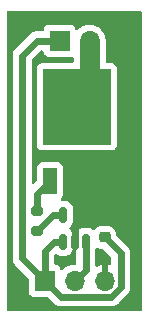
<source format=gbr>
%TF.GenerationSoftware,KiCad,Pcbnew,6.0.2+dfsg-1*%
%TF.CreationDate,2022-12-19T10:39:50-05:00*%
%TF.ProjectId,mosfet-test-board,6d6f7366-6574-42d7-9465-73742d626f61,rev?*%
%TF.SameCoordinates,Original*%
%TF.FileFunction,Copper,L1,Top*%
%TF.FilePolarity,Positive*%
%FSLAX46Y46*%
G04 Gerber Fmt 4.6, Leading zero omitted, Abs format (unit mm)*
G04 Created by KiCad (PCBNEW 6.0.2+dfsg-1) date 2022-12-19 10:39:50*
%MOMM*%
%LPD*%
G01*
G04 APERTURE LIST*
G04 Aperture macros list*
%AMRoundRect*
0 Rectangle with rounded corners*
0 $1 Rounding radius*
0 $2 $3 $4 $5 $6 $7 $8 $9 X,Y pos of 4 corners*
0 Add a 4 corners polygon primitive as box body*
4,1,4,$2,$3,$4,$5,$6,$7,$8,$9,$2,$3,0*
0 Add four circle primitives for the rounded corners*
1,1,$1+$1,$2,$3*
1,1,$1+$1,$4,$5*
1,1,$1+$1,$6,$7*
1,1,$1+$1,$8,$9*
0 Add four rect primitives between the rounded corners*
20,1,$1+$1,$2,$3,$4,$5,0*
20,1,$1+$1,$4,$5,$6,$7,0*
20,1,$1+$1,$6,$7,$8,$9,0*
20,1,$1+$1,$8,$9,$2,$3,0*%
G04 Aperture macros list end*
%TA.AperFunction,ComponentPad*%
%ADD10R,1.700000X1.700000*%
%TD*%
%TA.AperFunction,ComponentPad*%
%ADD11O,1.700000X1.700000*%
%TD*%
%TA.AperFunction,SMDPad,CuDef*%
%ADD12RoundRect,0.150000X0.150000X-0.512500X0.150000X0.512500X-0.150000X0.512500X-0.150000X-0.512500X0*%
%TD*%
%TA.AperFunction,SMDPad,CuDef*%
%ADD13RoundRect,0.225000X0.250000X-0.225000X0.250000X0.225000X-0.250000X0.225000X-0.250000X-0.225000X0*%
%TD*%
%TA.AperFunction,SMDPad,CuDef*%
%ADD14RoundRect,0.200000X0.275000X-0.200000X0.275000X0.200000X-0.275000X0.200000X-0.275000X-0.200000X0*%
%TD*%
%TA.AperFunction,SMDPad,CuDef*%
%ADD15R,1.200000X2.200000*%
%TD*%
%TA.AperFunction,SMDPad,CuDef*%
%ADD16R,5.800000X6.400000*%
%TD*%
%TA.AperFunction,ViaPad*%
%ADD17C,0.800000*%
%TD*%
%TA.AperFunction,Conductor*%
%ADD18C,0.600000*%
%TD*%
%TA.AperFunction,Conductor*%
%ADD19C,1.700000*%
%TD*%
G04 APERTURE END LIST*
D10*
%TO.P,J2,1,Pin_1*%
%TO.N,+12V*%
X66675000Y-86995000D03*
D11*
%TO.P,J2,2,Pin_2*%
%TO.N,PWM_IN_1*%
X69215000Y-86995000D03*
%TO.P,J2,3,Pin_3*%
%TO.N,GND*%
X71755000Y-86995000D03*
%TD*%
D12*
%TO.P,U1,1,VDD*%
%TO.N,+12V*%
X68265000Y-83687500D03*
%TO.P,U1,2,GND*%
%TO.N,GND*%
X69215000Y-83687500D03*
%TO.P,U1,3,IN+*%
%TO.N,PWM_IN_1*%
X70165000Y-83687500D03*
%TO.P,U1,4,IN-*%
%TO.N,GND*%
X70165000Y-81412500D03*
%TO.P,U1,5,OUT*%
%TO.N,Net-(R1-Pad1)*%
X68265000Y-81412500D03*
%TD*%
D10*
%TO.P,J1,1,Pin_1*%
%TO.N,+12V*%
X67945000Y-66675000D03*
D11*
%TO.P,J1,2,Pin_2*%
%TO.N,PWM_OUT_1*%
X70485000Y-66675000D03*
%TD*%
D13*
%TO.P,C1,1*%
%TO.N,+12V*%
X71755000Y-83325000D03*
%TO.P,C1,2*%
%TO.N,GND*%
X71755000Y-81775000D03*
%TD*%
D14*
%TO.P,R1,1*%
%TO.N,Net-(R1-Pad1)*%
X66040000Y-82740000D03*
%TO.P,R1,2*%
%TO.N,Net-(Q1-Pad1)*%
X66040000Y-81090000D03*
%TD*%
D15*
%TO.P,Q1,1,G*%
%TO.N,Net-(Q1-Pad1)*%
X67125000Y-78550000D03*
D16*
%TO.P,Q1,2,D*%
%TO.N,PWM_OUT_1*%
X69405000Y-72250000D03*
D15*
%TO.P,Q1,3,S*%
%TO.N,GND*%
X71685000Y-78550000D03*
%TD*%
D17*
%TO.N,GND*%
X73660000Y-77470000D03*
X73660000Y-79375000D03*
X69850000Y-79375000D03*
X69850000Y-77470000D03*
%TD*%
D18*
%TO.N,+12V*%
X64770000Y-67945000D02*
X66040000Y-66675000D01*
X66675000Y-86995000D02*
X68024511Y-88344511D01*
X73104511Y-87553987D02*
X73104511Y-84674511D01*
X67442500Y-83687500D02*
X68265000Y-83687500D01*
X73104511Y-84674511D02*
X71755000Y-83325000D01*
X66040000Y-66675000D02*
X67945000Y-66675000D01*
X66675000Y-84455000D02*
X67442500Y-83687500D01*
X68024511Y-88344511D02*
X72313987Y-88344511D01*
X66675000Y-86995000D02*
X66675000Y-84455000D01*
X72313987Y-88344511D02*
X73104511Y-87553987D01*
X64770000Y-85090000D02*
X64770000Y-67945000D01*
X66675000Y-86995000D02*
X64770000Y-85090000D01*
%TO.N,GND*%
X69215000Y-83687500D02*
X69215000Y-82362500D01*
X69215000Y-82362500D02*
X70165000Y-81412500D01*
D19*
%TO.N,PWM_OUT_1*%
X70485000Y-71170000D02*
X69405000Y-72250000D01*
X70485000Y-66675000D02*
X70485000Y-71170000D01*
D18*
%TO.N,PWM_IN_1*%
X70165000Y-86045000D02*
X70165000Y-83687500D01*
X69215000Y-86995000D02*
X70165000Y-86045000D01*
%TO.N,Net-(Q1-Pad1)*%
X66040000Y-81090000D02*
X66040000Y-79635000D01*
X66040000Y-79635000D02*
X67125000Y-78550000D01*
%TO.N,Net-(R1-Pad1)*%
X67367500Y-81412500D02*
X66040000Y-82740000D01*
X68265000Y-81412500D02*
X67367500Y-81412500D01*
%TD*%
%TA.AperFunction,Conductor*%
%TO.N,GND*%
G36*
X74872121Y-64155002D02*
G01*
X74918614Y-64208658D01*
X74930000Y-64261000D01*
X74930000Y-89409000D01*
X74909998Y-89477121D01*
X74856342Y-89523614D01*
X74804000Y-89535000D01*
X63626000Y-89535000D01*
X63557879Y-89514998D01*
X63511386Y-89461342D01*
X63500000Y-89409000D01*
X63500000Y-85172221D01*
X63960549Y-85172221D01*
X63969711Y-85214597D01*
X63971769Y-85227163D01*
X63976603Y-85270255D01*
X63978919Y-85276906D01*
X63978920Y-85276910D01*
X63987633Y-85301930D01*
X63991796Y-85316742D01*
X63998881Y-85349510D01*
X64017208Y-85388813D01*
X64021990Y-85400589D01*
X64036255Y-85441552D01*
X64039989Y-85447527D01*
X64039990Y-85447530D01*
X64054027Y-85469995D01*
X64061366Y-85483512D01*
X64072559Y-85507514D01*
X64075538Y-85513902D01*
X64079855Y-85519467D01*
X64079856Y-85519469D01*
X64102106Y-85548153D01*
X64109402Y-85558612D01*
X64132374Y-85595376D01*
X64137334Y-85600371D01*
X64137335Y-85600372D01*
X64160976Y-85624179D01*
X64161561Y-85624804D01*
X64162078Y-85625470D01*
X64188068Y-85651460D01*
X64260185Y-85724082D01*
X64261222Y-85724740D01*
X64262451Y-85725843D01*
X65279595Y-86742987D01*
X65313621Y-86805299D01*
X65316500Y-86832082D01*
X65316500Y-87893134D01*
X65323255Y-87955316D01*
X65374385Y-88091705D01*
X65461739Y-88208261D01*
X65578295Y-88295615D01*
X65714684Y-88346745D01*
X65776866Y-88353500D01*
X66837918Y-88353500D01*
X66906039Y-88373502D01*
X66927013Y-88390405D01*
X67446277Y-88909669D01*
X67447205Y-88910606D01*
X67486532Y-88950765D01*
X67510282Y-88975018D01*
X67546732Y-88998509D01*
X67557057Y-89005928D01*
X67590954Y-89032987D01*
X67597295Y-89036052D01*
X67597296Y-89036053D01*
X67621148Y-89047583D01*
X67634565Y-89055112D01*
X67662749Y-89073276D01*
X67669366Y-89075684D01*
X67669371Y-89075687D01*
X67703484Y-89088103D01*
X67715227Y-89093064D01*
X67747911Y-89108864D01*
X67747920Y-89108867D01*
X67754260Y-89111932D01*
X67761125Y-89113517D01*
X67786939Y-89119477D01*
X67801679Y-89123843D01*
X67833196Y-89135314D01*
X67840181Y-89136196D01*
X67840188Y-89136198D01*
X67876203Y-89140748D01*
X67888754Y-89142983D01*
X67930996Y-89152736D01*
X67938040Y-89152761D01*
X67938044Y-89152761D01*
X67971583Y-89152878D01*
X67972453Y-89152907D01*
X67973280Y-89153011D01*
X68009769Y-89153011D01*
X68010208Y-89153012D01*
X68108854Y-89153356D01*
X68108859Y-89153356D01*
X68112381Y-89153368D01*
X68113581Y-89153100D01*
X68115219Y-89153011D01*
X72304773Y-89153011D01*
X72306093Y-89153018D01*
X72396208Y-89153962D01*
X72438584Y-89144800D01*
X72451150Y-89142742D01*
X72494242Y-89137908D01*
X72500893Y-89135592D01*
X72500897Y-89135591D01*
X72525917Y-89126878D01*
X72540729Y-89122715D01*
X72566606Y-89117120D01*
X72573497Y-89115630D01*
X72612800Y-89097303D01*
X72624576Y-89092521D01*
X72665539Y-89078256D01*
X72671514Y-89074522D01*
X72671517Y-89074521D01*
X72693982Y-89060484D01*
X72707499Y-89053145D01*
X72731501Y-89041952D01*
X72731502Y-89041951D01*
X72737889Y-89038973D01*
X72772140Y-89012405D01*
X72782599Y-89005109D01*
X72813391Y-88985869D01*
X72813394Y-88985867D01*
X72819363Y-88982137D01*
X72848166Y-88953535D01*
X72848791Y-88952950D01*
X72849457Y-88952433D01*
X72875447Y-88926443D01*
X72948069Y-88854326D01*
X72948727Y-88853289D01*
X72949830Y-88852060D01*
X73669669Y-88132221D01*
X73670606Y-88131293D01*
X73729986Y-88073144D01*
X73729987Y-88073143D01*
X73735018Y-88068216D01*
X73758509Y-88031766D01*
X73765928Y-88021441D01*
X73792987Y-87987544D01*
X73807584Y-87957349D01*
X73815113Y-87943932D01*
X73829459Y-87921671D01*
X73833276Y-87915749D01*
X73835684Y-87909132D01*
X73835687Y-87909127D01*
X73848103Y-87875014D01*
X73853064Y-87863271D01*
X73868864Y-87830587D01*
X73868867Y-87830578D01*
X73871932Y-87824238D01*
X73879477Y-87791559D01*
X73883845Y-87776812D01*
X73895314Y-87745302D01*
X73896196Y-87738317D01*
X73896198Y-87738310D01*
X73900748Y-87702295D01*
X73902983Y-87689744D01*
X73911151Y-87654365D01*
X73912736Y-87647502D01*
X73912878Y-87606915D01*
X73912907Y-87606045D01*
X73913011Y-87605218D01*
X73913011Y-87568577D01*
X73913012Y-87568290D01*
X73913356Y-87469644D01*
X73913356Y-87469639D01*
X73913368Y-87466117D01*
X73913100Y-87464917D01*
X73913011Y-87463279D01*
X73913011Y-84683725D01*
X73913018Y-84682405D01*
X73913888Y-84599337D01*
X73913962Y-84592290D01*
X73904800Y-84549914D01*
X73902741Y-84537343D01*
X73898693Y-84501255D01*
X73897908Y-84494256D01*
X73886878Y-84462581D01*
X73882715Y-84447769D01*
X73877120Y-84421892D01*
X73875630Y-84415001D01*
X73857303Y-84375698D01*
X73852521Y-84363922D01*
X73838256Y-84322959D01*
X73834521Y-84316981D01*
X73820484Y-84294516D01*
X73813145Y-84280999D01*
X73801952Y-84256997D01*
X73801951Y-84256996D01*
X73798973Y-84250609D01*
X73774689Y-84219302D01*
X73772405Y-84216358D01*
X73765109Y-84205899D01*
X73745869Y-84175107D01*
X73745867Y-84175104D01*
X73742137Y-84169135D01*
X73713535Y-84140332D01*
X73712950Y-84139707D01*
X73712433Y-84139041D01*
X73686443Y-84113051D01*
X73614326Y-84040429D01*
X73613289Y-84039771D01*
X73612060Y-84038668D01*
X72775405Y-83202013D01*
X72741379Y-83139701D01*
X72738500Y-83112918D01*
X72738500Y-83051268D01*
X72727887Y-82948981D01*
X72713071Y-82904573D01*
X72676073Y-82793676D01*
X72676072Y-82793674D01*
X72673756Y-82786732D01*
X72666509Y-82775020D01*
X72587606Y-82647515D01*
X72583752Y-82641287D01*
X72462702Y-82520448D01*
X72363650Y-82459391D01*
X72323331Y-82434538D01*
X72323329Y-82434537D01*
X72317101Y-82430698D01*
X72154757Y-82376851D01*
X72147920Y-82376151D01*
X72147918Y-82376150D01*
X72106599Y-82371917D01*
X72053732Y-82366500D01*
X71456268Y-82366500D01*
X71453022Y-82366837D01*
X71453018Y-82366837D01*
X71418917Y-82370375D01*
X71353981Y-82377113D01*
X71347440Y-82379295D01*
X71347441Y-82379295D01*
X71198676Y-82428927D01*
X71198674Y-82428928D01*
X71191732Y-82431244D01*
X71185508Y-82435096D01*
X71185507Y-82435096D01*
X71146247Y-82459391D01*
X71046287Y-82521248D01*
X70925448Y-82642298D01*
X70921605Y-82648532D01*
X70920356Y-82650114D01*
X70862439Y-82691177D01*
X70791516Y-82694410D01*
X70732378Y-82661118D01*
X70721807Y-82650547D01*
X70714983Y-82646511D01*
X70714980Y-82646509D01*
X70607411Y-82582893D01*
X70578601Y-82565855D01*
X70570990Y-82563644D01*
X70570988Y-82563643D01*
X70469453Y-82534145D01*
X70418831Y-82519438D01*
X70412426Y-82518934D01*
X70412421Y-82518933D01*
X70383958Y-82516693D01*
X70383950Y-82516693D01*
X70381502Y-82516500D01*
X69948498Y-82516500D01*
X69946050Y-82516693D01*
X69946042Y-82516693D01*
X69917579Y-82518933D01*
X69917574Y-82518934D01*
X69911169Y-82519438D01*
X69860547Y-82534145D01*
X69759012Y-82563643D01*
X69759010Y-82563644D01*
X69751399Y-82565855D01*
X69722589Y-82582893D01*
X69615020Y-82646509D01*
X69615017Y-82646511D01*
X69608193Y-82650547D01*
X69490547Y-82768193D01*
X69486512Y-82775016D01*
X69486509Y-82775020D01*
X69432945Y-82865592D01*
X69405855Y-82911399D01*
X69403644Y-82919010D01*
X69403643Y-82919012D01*
X69392945Y-82955837D01*
X69359438Y-83071169D01*
X69356500Y-83108498D01*
X69356500Y-85510506D01*
X69336498Y-85578627D01*
X69282842Y-85625120D01*
X69228961Y-85636497D01*
X69125081Y-85635228D01*
X69125079Y-85635228D01*
X69119911Y-85635165D01*
X68899091Y-85668955D01*
X68686756Y-85738357D01*
X68488607Y-85841507D01*
X68484474Y-85844610D01*
X68484471Y-85844612D01*
X68336738Y-85955533D01*
X68309965Y-85975635D01*
X68253537Y-86034684D01*
X68229283Y-86060064D01*
X68167759Y-86095494D01*
X68096846Y-86092037D01*
X68039060Y-86050791D01*
X68020207Y-86017243D01*
X67978767Y-85906703D01*
X67975615Y-85898295D01*
X67888261Y-85781739D01*
X67771705Y-85694385D01*
X67635316Y-85643255D01*
X67607636Y-85640248D01*
X67595892Y-85638972D01*
X67530330Y-85611730D01*
X67489904Y-85553366D01*
X67483500Y-85513709D01*
X67483500Y-84842082D01*
X67503502Y-84773961D01*
X67520405Y-84752987D01*
X67540667Y-84732725D01*
X67602979Y-84698699D01*
X67673794Y-84703764D01*
X67704757Y-84721017D01*
X67708193Y-84724453D01*
X67851399Y-84809145D01*
X67859010Y-84811356D01*
X67859012Y-84811357D01*
X67911231Y-84826528D01*
X68011169Y-84855562D01*
X68017574Y-84856066D01*
X68017579Y-84856067D01*
X68046042Y-84858307D01*
X68046050Y-84858307D01*
X68048498Y-84858500D01*
X68481502Y-84858500D01*
X68483950Y-84858307D01*
X68483958Y-84858307D01*
X68512421Y-84856067D01*
X68512426Y-84856066D01*
X68518831Y-84855562D01*
X68618769Y-84826528D01*
X68670988Y-84811357D01*
X68670990Y-84811356D01*
X68678601Y-84809145D01*
X68738094Y-84773961D01*
X68814980Y-84728491D01*
X68814983Y-84728489D01*
X68821807Y-84724453D01*
X68939453Y-84606807D01*
X68943489Y-84599983D01*
X68943491Y-84599980D01*
X69020108Y-84470427D01*
X69024145Y-84463601D01*
X69026555Y-84455308D01*
X69063073Y-84329607D01*
X69070562Y-84303831D01*
X69071296Y-84294516D01*
X69073307Y-84268958D01*
X69073307Y-84268950D01*
X69073500Y-84266502D01*
X69073500Y-83743405D01*
X69074386Y-83728486D01*
X69077762Y-83700173D01*
X69078596Y-83693180D01*
X69074190Y-83651260D01*
X69073500Y-83638089D01*
X69073500Y-83108498D01*
X69070562Y-83071169D01*
X69037055Y-82955837D01*
X69026357Y-82919012D01*
X69026356Y-82919010D01*
X69024145Y-82911399D01*
X68997055Y-82865592D01*
X68943491Y-82775020D01*
X68943488Y-82775016D01*
X68939453Y-82768193D01*
X68821807Y-82650547D01*
X68817998Y-82648294D01*
X68777345Y-82592004D01*
X68773494Y-82521112D01*
X68808582Y-82459391D01*
X68816276Y-82452724D01*
X68821807Y-82449453D01*
X68939453Y-82331807D01*
X68943489Y-82324983D01*
X68943491Y-82324980D01*
X69020108Y-82195427D01*
X69024145Y-82188601D01*
X69070562Y-82028831D01*
X69073500Y-81991502D01*
X69073500Y-81468405D01*
X69074386Y-81453486D01*
X69077762Y-81425173D01*
X69078596Y-81418180D01*
X69074190Y-81376260D01*
X69073500Y-81363089D01*
X69073500Y-80833498D01*
X69070562Y-80796169D01*
X69040190Y-80691628D01*
X69026357Y-80644012D01*
X69026356Y-80644010D01*
X69024145Y-80636399D01*
X68995483Y-80587934D01*
X68943491Y-80500020D01*
X68943488Y-80500016D01*
X68939453Y-80493193D01*
X68821807Y-80375547D01*
X68814983Y-80371511D01*
X68814980Y-80371509D01*
X68685427Y-80294892D01*
X68685428Y-80294892D01*
X68678601Y-80290855D01*
X68670990Y-80288644D01*
X68670988Y-80288643D01*
X68618769Y-80273472D01*
X68518831Y-80244438D01*
X68512426Y-80243934D01*
X68512421Y-80243933D01*
X68483958Y-80241693D01*
X68483950Y-80241693D01*
X68481502Y-80241500D01*
X68161941Y-80241500D01*
X68093820Y-80221498D01*
X68047327Y-80167842D01*
X68037223Y-80097568D01*
X68066717Y-80032988D01*
X68075005Y-80025266D01*
X68074731Y-80024992D01*
X68081081Y-80018642D01*
X68088261Y-80013261D01*
X68175615Y-79896705D01*
X68226745Y-79760316D01*
X68233500Y-79698134D01*
X68233500Y-77401866D01*
X68226745Y-77339684D01*
X68175615Y-77203295D01*
X68088261Y-77086739D01*
X67971705Y-76999385D01*
X67835316Y-76948255D01*
X67773134Y-76941500D01*
X66476866Y-76941500D01*
X66414684Y-76948255D01*
X66278295Y-76999385D01*
X66161739Y-77086739D01*
X66074385Y-77203295D01*
X66023255Y-77339684D01*
X66016500Y-77401866D01*
X66016500Y-78462918D01*
X65996498Y-78531039D01*
X65979595Y-78552013D01*
X65793595Y-78738013D01*
X65731283Y-78772039D01*
X65660468Y-78766974D01*
X65603632Y-78724427D01*
X65578821Y-78657907D01*
X65578500Y-78648918D01*
X65578500Y-68332082D01*
X65598502Y-68263961D01*
X65615405Y-68242987D01*
X66337987Y-67520405D01*
X66400299Y-67486379D01*
X66427082Y-67483500D01*
X66463709Y-67483500D01*
X66531830Y-67503502D01*
X66578323Y-67557158D01*
X66588972Y-67595892D01*
X66593255Y-67635316D01*
X66644385Y-67771705D01*
X66731739Y-67888261D01*
X66848295Y-67975615D01*
X66984684Y-68026745D01*
X67046866Y-68033500D01*
X68843134Y-68033500D01*
X68905316Y-68026745D01*
X68956271Y-68007643D01*
X69027077Y-68002460D01*
X69089446Y-68036381D01*
X69123576Y-68098636D01*
X69126500Y-68125625D01*
X69126500Y-68415500D01*
X69106498Y-68483621D01*
X69052842Y-68530114D01*
X69000500Y-68541500D01*
X66456866Y-68541500D01*
X66394684Y-68548255D01*
X66258295Y-68599385D01*
X66141739Y-68686739D01*
X66054385Y-68803295D01*
X66003255Y-68939684D01*
X65996500Y-69001866D01*
X65996500Y-75498134D01*
X66003255Y-75560316D01*
X66054385Y-75696705D01*
X66141739Y-75813261D01*
X66258295Y-75900615D01*
X66394684Y-75951745D01*
X66456866Y-75958500D01*
X72353134Y-75958500D01*
X72415316Y-75951745D01*
X72551705Y-75900615D01*
X72668261Y-75813261D01*
X72755615Y-75696705D01*
X72806745Y-75560316D01*
X72813500Y-75498134D01*
X72813500Y-69001866D01*
X72806745Y-68939684D01*
X72755615Y-68803295D01*
X72668261Y-68686739D01*
X72551705Y-68599385D01*
X72415316Y-68548255D01*
X72353134Y-68541500D01*
X71969500Y-68541500D01*
X71901379Y-68521498D01*
X71854886Y-68467842D01*
X71843500Y-68415500D01*
X71843500Y-66772856D01*
X71844578Y-66756409D01*
X71846092Y-66744908D01*
X71846529Y-66741590D01*
X71848156Y-66675000D01*
X71843583Y-66619372D01*
X71843500Y-66618043D01*
X71843500Y-66617110D01*
X71840175Y-66577922D01*
X71829852Y-66452361D01*
X71829352Y-66450370D01*
X71828920Y-66445280D01*
X71802748Y-66344444D01*
X71802547Y-66343655D01*
X71776690Y-66240714D01*
X71776690Y-66240713D01*
X71775431Y-66235702D01*
X71773830Y-66232021D01*
X71772828Y-66228675D01*
X71772342Y-66227294D01*
X71771001Y-66222128D01*
X71768810Y-66217263D01*
X71768806Y-66217253D01*
X71728968Y-66128816D01*
X71728301Y-66127309D01*
X71688418Y-66035584D01*
X71688411Y-66035572D01*
X71686354Y-66030840D01*
X71683547Y-66026501D01*
X71681421Y-66022537D01*
X71679254Y-66018138D01*
X71678502Y-66016787D01*
X71676312Y-66011925D01*
X71658086Y-65984852D01*
X71620803Y-65929474D01*
X71619531Y-65927547D01*
X71617817Y-65924898D01*
X71565014Y-65843277D01*
X71561527Y-65839445D01*
X71558378Y-65835356D01*
X71558431Y-65835315D01*
X71551253Y-65826168D01*
X71550538Y-65825105D01*
X71550534Y-65825100D01*
X71547559Y-65820681D01*
X71543874Y-65816818D01*
X71481276Y-65751198D01*
X71479251Y-65749025D01*
X71453730Y-65720977D01*
X71414670Y-65678051D01*
X71408756Y-65673380D01*
X71395689Y-65661479D01*
X71392111Y-65657729D01*
X71392106Y-65657725D01*
X71388424Y-65653865D01*
X71338953Y-65617057D01*
X71314270Y-65598692D01*
X71311391Y-65596485D01*
X71243421Y-65542806D01*
X71239359Y-65539598D01*
X71232175Y-65535632D01*
X71229338Y-65534066D01*
X71215023Y-65524850D01*
X71207740Y-65519432D01*
X71203458Y-65516246D01*
X71198703Y-65513828D01*
X71198699Y-65513826D01*
X71124320Y-65476010D01*
X71120530Y-65474001D01*
X71048319Y-65434138D01*
X71048312Y-65434135D01*
X71043789Y-65431638D01*
X71038914Y-65429912D01*
X71038910Y-65429910D01*
X71029301Y-65426507D01*
X71014255Y-65420050D01*
X71002715Y-65414183D01*
X71002713Y-65414182D01*
X70997949Y-65411760D01*
X70916721Y-65386538D01*
X70912028Y-65384979D01*
X70838084Y-65358794D01*
X70838081Y-65358793D01*
X70833212Y-65357069D01*
X70814225Y-65353687D01*
X70798972Y-65349975D01*
X70782873Y-65344976D01*
X70782866Y-65344975D01*
X70777773Y-65343393D01*
X70772492Y-65342693D01*
X70772487Y-65342692D01*
X70697164Y-65332709D01*
X70691646Y-65331852D01*
X70613284Y-65317894D01*
X70598629Y-65317715D01*
X70590083Y-65317610D01*
X70575073Y-65316527D01*
X70563893Y-65315046D01*
X70549226Y-65313102D01*
X70543897Y-65313302D01*
X70543895Y-65313302D01*
X70503479Y-65314819D01*
X70471792Y-65316009D01*
X70465535Y-65316089D01*
X70434693Y-65315712D01*
X70395080Y-65315228D01*
X70395078Y-65315228D01*
X70389911Y-65315165D01*
X70363097Y-65319268D01*
X70348780Y-65320627D01*
X70318842Y-65321751D01*
X70313628Y-65322845D01*
X70313620Y-65322846D01*
X70246711Y-65336885D01*
X70239897Y-65338120D01*
X70220299Y-65341119D01*
X70169091Y-65348955D01*
X70154601Y-65353691D01*
X70139603Y-65358593D01*
X70126330Y-65362143D01*
X70093209Y-65369093D01*
X70088250Y-65371051D01*
X70088248Y-65371052D01*
X70028219Y-65394759D01*
X70021082Y-65397332D01*
X69961675Y-65416749D01*
X69961673Y-65416750D01*
X69956756Y-65418357D01*
X69952172Y-65420743D01*
X69952168Y-65420745D01*
X69925760Y-65434493D01*
X69913858Y-65439923D01*
X69878779Y-65453776D01*
X69853824Y-65468919D01*
X69822318Y-65488037D01*
X69815138Y-65492079D01*
X69758607Y-65521507D01*
X69754473Y-65524611D01*
X69727533Y-65544838D01*
X69717247Y-65551796D01*
X69681683Y-65573377D01*
X69677653Y-65576874D01*
X69634707Y-65614140D01*
X69627787Y-65619729D01*
X69579965Y-65655635D01*
X69576393Y-65659373D01*
X69550408Y-65686564D01*
X69541896Y-65694677D01*
X69507555Y-65724477D01*
X69504167Y-65728609D01*
X69504061Y-65728738D01*
X69504002Y-65728778D01*
X69500452Y-65732429D01*
X69499708Y-65731706D01*
X69445401Y-65768733D01*
X69374431Y-65770664D01*
X69313683Y-65733920D01*
X69288645Y-65693077D01*
X69255246Y-65603987D01*
X69245615Y-65578295D01*
X69158261Y-65461739D01*
X69041705Y-65374385D01*
X68905316Y-65323255D01*
X68843134Y-65316500D01*
X67046866Y-65316500D01*
X66984684Y-65323255D01*
X66848295Y-65374385D01*
X66731739Y-65461739D01*
X66644385Y-65578295D01*
X66593255Y-65714684D01*
X66590297Y-65741914D01*
X66588972Y-65754108D01*
X66561730Y-65819670D01*
X66503366Y-65860096D01*
X66463709Y-65866500D01*
X66049165Y-65866500D01*
X66047846Y-65866493D01*
X65957779Y-65865550D01*
X65950901Y-65867037D01*
X65950891Y-65867038D01*
X65915413Y-65874709D01*
X65902838Y-65876769D01*
X65859745Y-65881603D01*
X65828074Y-65892632D01*
X65813265Y-65896795D01*
X65787371Y-65902393D01*
X65787368Y-65902394D01*
X65780490Y-65903881D01*
X65741187Y-65922208D01*
X65729411Y-65926990D01*
X65688448Y-65941255D01*
X65682473Y-65944989D01*
X65682470Y-65944990D01*
X65660005Y-65959027D01*
X65646488Y-65966366D01*
X65622481Y-65977561D01*
X65622477Y-65977563D01*
X65616098Y-65980538D01*
X65595943Y-65996172D01*
X65581844Y-66007108D01*
X65571395Y-66014397D01*
X65534624Y-66037374D01*
X65529625Y-66042339D01*
X65529623Y-66042340D01*
X65505815Y-66065983D01*
X65505192Y-66066566D01*
X65504530Y-66067079D01*
X65478681Y-66092928D01*
X65442542Y-66128816D01*
X65405918Y-66165185D01*
X65405259Y-66166223D01*
X65404153Y-66167456D01*
X64204843Y-67366765D01*
X64203906Y-67367693D01*
X64139493Y-67430771D01*
X64116002Y-67467221D01*
X64108583Y-67477546D01*
X64081524Y-67511443D01*
X64078459Y-67517784D01*
X64078458Y-67517785D01*
X64066928Y-67541637D01*
X64059399Y-67555054D01*
X64041235Y-67583238D01*
X64038827Y-67589855D01*
X64038824Y-67589860D01*
X64026408Y-67623973D01*
X64021447Y-67635716D01*
X64005646Y-67668403D01*
X64005644Y-67668408D01*
X64002579Y-67674749D01*
X64000996Y-67681607D01*
X64000995Y-67681609D01*
X63995035Y-67707426D01*
X63990668Y-67722169D01*
X63979197Y-67753685D01*
X63978314Y-67760675D01*
X63978312Y-67760683D01*
X63973762Y-67796701D01*
X63971526Y-67809253D01*
X63961776Y-67851485D01*
X63961751Y-67858531D01*
X63961751Y-67858534D01*
X63961634Y-67892056D01*
X63961605Y-67892938D01*
X63961500Y-67893769D01*
X63961500Y-67930419D01*
X63961499Y-67930859D01*
X63961362Y-67970229D01*
X63961143Y-68032870D01*
X63961411Y-68034070D01*
X63961500Y-68035707D01*
X63961500Y-85080786D01*
X63961493Y-85082106D01*
X63960549Y-85172221D01*
X63500000Y-85172221D01*
X63500000Y-64261000D01*
X63520002Y-64192879D01*
X63573658Y-64146386D01*
X63626000Y-64135000D01*
X74804000Y-64135000D01*
X74872121Y-64155002D01*
G37*
%TD.AperFunction*%
%TA.AperFunction,Conductor*%
G36*
X71165617Y-84202485D02*
G01*
X71186667Y-84215461D01*
X71186670Y-84215462D01*
X71192899Y-84219302D01*
X71355243Y-84273149D01*
X71362080Y-84273849D01*
X71362082Y-84273850D01*
X71403401Y-84278083D01*
X71456268Y-84283500D01*
X71517918Y-84283500D01*
X71586039Y-84303502D01*
X71607013Y-84320405D01*
X72259106Y-84972498D01*
X72293132Y-85034810D01*
X72296011Y-85061593D01*
X72296011Y-85567587D01*
X72276009Y-85635708D01*
X72222353Y-85682201D01*
X72152079Y-85692305D01*
X72127951Y-85686360D01*
X72107959Y-85679280D01*
X72097988Y-85676646D01*
X72026837Y-85663972D01*
X72013540Y-85665432D01*
X72009000Y-85679989D01*
X72009000Y-87123000D01*
X71988998Y-87191121D01*
X71935342Y-87237614D01*
X71883000Y-87249000D01*
X71627000Y-87249000D01*
X71558879Y-87228998D01*
X71512386Y-87175342D01*
X71501000Y-87123000D01*
X71501000Y-85678102D01*
X71497082Y-85664758D01*
X71482806Y-85662771D01*
X71444324Y-85668660D01*
X71434288Y-85671051D01*
X71231868Y-85737212D01*
X71222364Y-85741207D01*
X71157681Y-85774879D01*
X71088021Y-85788592D01*
X71022006Y-85762467D01*
X70980594Y-85704799D01*
X70973500Y-85663116D01*
X70973500Y-84309744D01*
X70993502Y-84241623D01*
X71047158Y-84195130D01*
X71117432Y-84185026D01*
X71165617Y-84202485D01*
G37*
%TD.AperFunction*%
%TD*%
M02*

</source>
